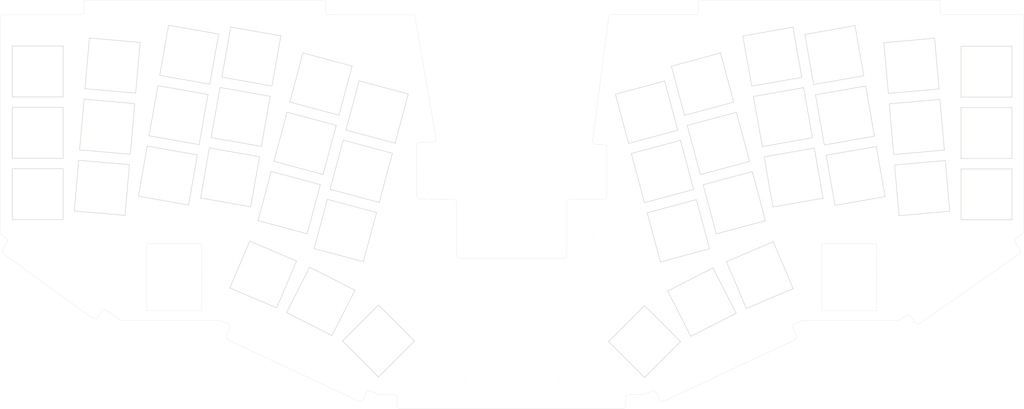
<source format=kicad_pcb>
(kicad_pcb (version 20241229) (generator "pcbnew") (generator_version "9.0")
  (layers (0 "F.Cu" signal) (2 "B.Cu" signal) (13 "F.Paste" user) (15 "B.Paste" user) (5 "F.SilkS" user "F.Silkscreen") (7 "B.SilkS" user "B.Silkscreen") (1 "F.Mask" user) (3 "B.Mask" user) (25 "Edge.Cuts" user))
  (net 0 "")
  (footprint "kicad-lib:SW_Hole_1u_17" (layer "F.Cu") (at 36.402092 64.802064 175)
    (property "Reference" "SW17" (hide yes))
    (property "Value" "SW_Push" (hide yes))
    (fp_line (start 7.025 -7.075) (end 7.025 7.025) (stroke (width 0.15)) (layer "Edge.Cuts"))
    (fp_line (start 7.025 7.025) (end -7.075 7.025) (stroke (width 0.15)) (layer "Edge.Cuts"))
    (fp_line (start -7.075 -7.075) (end 7.025 -7.075) (stroke (width 0.15)) (layer "Edge.Cuts"))
    (fp_line (start -7.075 7.025) (end -7.075 -7.075) (stroke (width 0.15)) (layer "Edge.Cuts"))
  )
  (footprint "kicad-lib:SW_Hole_1u_17" (layer "F.Cu") (at 194.63455 93.641738 -165)
    (property "Reference" "SW24" (hide yes))
    (property "Value" "SW_Push" (hide yes))
    (fp_line (start 7.025 7.025) (end -7.075 7.025) (stroke (width 0.15)) (layer "Edge.Cuts"))
    (fp_line (start 7.025 -7.075) (end 7.025 7.025) (stroke (width 0.15)) (layer "Edge.Cuts"))
    (fp_line (start -7.075 7.025) (end -7.075 -7.075) (stroke (width 0.15)) (layer "Edge.Cuts"))
    (fp_line (start -7.075 -7.075) (end 7.025 -7.075) (stroke (width 0.15)) (layer "Edge.Cuts"))
  )
  (footprint "kicad-lib:SW_Hole_1u_17" (layer "F.Cu") (at 240.796445 61.702374 -170)
    (property "Reference" "SW35" (hide yes))
    (property "Value" "SW_Push" (hide yes))
    (fp_line (start 7.025 7.025) (end -7.075 7.025) (stroke (width 0.15)) (layer "Edge.Cuts"))
    (fp_line (start 7.025 -7.075) (end 7.025 7.025) (stroke (width 0.15)) (layer "Edge.Cuts"))
    (fp_line (start -7.075 7.025) (end -7.075 -7.075) (stroke (width 0.15)) (layer "Edge.Cuts"))
    (fp_line (start -7.075 -7.075) (end 7.025 -7.075) (stroke (width 0.15)) (layer "Edge.Cuts"))
  )
  (footprint "kicad-lib:SW_Hole_1u_17" (layer "F.Cu") (at 262.182694 81.809278 -175)
    (property "Reference" "SW39" (hide yes))
    (property "Value" "SW_Push" (hide yes))
    (fp_line (start 7.025 7.025) (end -7.075 7.025) (stroke (width 0.15)) (layer "Edge.Cuts"))
    (fp_line (start 7.025 -7.075) (end 7.025 7.025) (stroke (width 0.15)) (layer "Edge.Cuts"))
    (fp_line (start -7.075 7.025) (end -7.075 -7.075) (stroke (width 0.15)) (layer "Edge.Cuts"))
    (fp_line (start -7.075 -7.075) (end 7.025 -7.075) (stroke (width 0.15)) (layer "Edge.Cuts"))
  )
  (footprint "kicad-lib:SW_Hole_1u_17" (layer "F.Cu") (at 220.659892 45.401401 -170)
    (property "Reference" "SW30" (hide yes))
    (property "Value" "SW_Push" (hide yes))
    (fp_line (start 7.025 7.025) (end -7.075 7.025) (stroke (width 0.15)) (layer "Edge.Cuts"))
    (fp_line (start 7.025 -7.075) (end 7.025 7.025) (stroke (width 0.15)) (layer "Edge.Cuts"))
    (fp_line (start -7.075 7.025) (end -7.075 -7.075) (stroke (width 0.15)) (layer "Edge.Cuts"))
    (fp_line (start -7.075 -7.075) (end 7.025 -7.075) (stroke (width 0.15)) (layer "Edge.Cuts"))
  )
  (footprint "kicad-lib:SW_Hole_1u_17" (layer "F.Cu") (at 59.159752 44.912889 -10)
    (property "Reference" "SW13" (hide yes))
    (property "Value" "SW_Push" (hide yes))
    (fp_line (start -7.075 7.025) (end -7.075 -7.075) (stroke (width 0.15)) (layer "Edge.Cuts"))
    (fp_line (start -7.075 -7.075) (end 7.025 -7.075) (stroke (width 0.15)) (layer "Edge.Cuts"))
    (fp_line (start 7.025 7.025) (end -7.075 7.025) (stroke (width 0.15)) (layer "Edge.Cuts"))
    (fp_line (start 7.025 -7.075) (end 7.025 7.025) (stroke (width 0.15)) (layer "Edge.Cuts"))
  )
  (footprint "kicad-lib:SW_Hole_1u_17" (layer "F.Cu") (at 79.629636 105.741602 157)
    (property "Reference" "SW12" (hide yes))
    (property "Value" "SW_Push" (hide yes))
    (fp_line (start 7.025 -7.075) (end 7.025 7.025) (stroke (width 0.15)) (layer "Edge.Cuts"))
    (fp_line (start 7.025 7.025) (end -7.075 7.025) (stroke (width 0.15)) (layer "Edge.Cuts"))
    (fp_line (start -7.075 -7.075) (end 7.025 -7.075) (stroke (width 0.15)) (layer "Edge.Cuts"))
    (fp_line (start -7.075 7.025) (end -7.075 -7.075) (stroke (width 0.15)) (layer "Edge.Cuts"))
  )
  (footprint "kicad-lib:SW_Hole_1u_17" (layer "F.Cu") (at 243.748464 78.444105 -170)
    (property "Reference" "SW36" (hide yes))
    (property "Value" "SW_Push" (hide yes))
    (fp_line (start 7.025 7.025) (end -7.075 7.025) (stroke (width 0.15)) (layer "Edge.Cuts"))
    (fp_line (start 7.025 -7.075) (end 7.025 7.025) (stroke (width 0.15)) (layer "Edge.Cuts"))
    (fp_line (start -7.075 7.025) (end -7.075 -7.075) (stroke (width 0.15)) (layer "Edge.Cuts"))
    (fp_line (start -7.075 -7.075) (end 7.025 -7.075) (stroke (width 0.15)) (layer "Edge.Cuts"))
  )
  (footprint "kicad-lib:SW_Hole_1u_17" (layer "F.Cu") (at 259.219399 47.938658 -175)
    (property "Reference" "SW37" (hide yes))
    (property "Value" "SW_Push" (hide yes))
    (fp_line (start 7.025 7.025) (end -7.075 7.025) (stroke (width 0.15)) (layer "Edge.Cuts"))
    (fp_line (start 7.025 -7.075) (end 7.025 7.025) (stroke (width 0.15)) (layer "Edge.Cuts"))
    (fp_line (start -7.075 7.025) (end -7.075 -7.075) (stroke (width 0.15)) (layer "Edge.Cuts"))
    (fp_line (start -7.075 -7.075) (end 7.025 -7.075) (stroke (width 0.15)) (layer "Edge.Cuts"))
  )
  (footprint "kicad-lib:SW_Hole_1u_17" (layer "F.Cu") (at 86.828443 85.828565 165)
    (property "Reference" "SW7" (hide yes))
    (property "Value" "SW_Push" (hide yes))
    (fp_line (start 7.025 -7.075) (end 7.025 7.025) (stroke (width 0.15)) (layer "Edge.Cuts"))
    (fp_line (start 7.025 7.025) (end -7.075 7.025) (stroke (width 0.15)) (layer "Edge.Cuts"))
    (fp_line (start -7.075 -7.075) (end 7.025 -7.075) (stroke (width 0.15)) (layer "Edge.Cuts"))
    (fp_line (start -7.075 7.025) (end -7.075 -7.075) (stroke (width 0.15)) (layer "Edge.Cuts"))
  )
  (footprint "kicad-lib:SW_Hole_1u_17" (layer "F.Cu") (at 280 66.55 180)
    (property "Reference" "SW41" (hide yes))
    (property "Value" "SW_Push" (hide yes))
    (fp_line (start 7.025 7.025) (end -7.075 7.025) (stroke (width 0.15)) (layer "Edge.Cuts"))
    (fp_line (start 7.025 -7.075) (end 7.025 7.025) (stroke (width 0.15)) (layer "Edge.Cuts"))
    (fp_line (start -7.075 7.025) (end -7.075 -7.075) (stroke (width 0.15)) (layer "Edge.Cuts"))
    (fp_line (start -7.075 -7.075) (end 7.025 -7.075) (stroke (width 0.15)) (layer "Edge.Cuts"))
  )
  (footprint "kicad-lib:SW_Hole_1u_17" (layer "F.Cu") (at 111.184037 60.729085 165)
    (property "Reference" "SW1" (hide yes))
    (property "Value" "SW_Push" (hide yes))
    (fp_line (start 7.025 -7.075) (end 7.025 7.025) (stroke (width 0.15)) (layer "Edge.Cuts"))
    (fp_line (start 7.025 7.025) (end -7.075 7.025) (stroke (width 0.15)) (layer "Edge.Cuts"))
    (fp_line (start -7.075 -7.075) (end 7.025 -7.075) (stroke (width 0.15)) (layer "Edge.Cuts"))
    (fp_line (start -7.075 7.025) (end -7.075 -7.075) (stroke (width 0.15)) (layer "Edge.Cuts"))
  )
  (footprint "kicad-lib:SW_Hole_1u_17" (layer "F.Cu") (at 73.392267 62.09538 170)
    (property "Reference" "SW10" (hide yes))
    (property "Value" "SW_Push" (hide yes))
    (fp_line (start 7.025 -7.075) (end 7.025 7.025) (stroke (width 0.15)) (layer "Edge.Cuts"))
    (fp_line (start 7.025 7.025) (end -7.075 7.025) (stroke (width 0.15)) (layer "Edge.Cuts"))
    (fp_line (start -7.075 -7.075) (end 7.025 -7.075) (stroke (width 0.15)) (layer "Edge.Cuts"))
    (fp_line (start -7.075 7.025) (end -7.075 -7.075) (stroke (width 0.15)) (layer "Edge.Cuts"))
  )
  (footprint "kicad-lib:SW_Hole_1u_17" (layer "F.Cu") (at 185.242242 124.358398 -135)
    (property "Reference" "SW25" (hide yes))
    (property "Value" "SW_Push" (hide yes))
    (fp_line (start 7.025 7.025) (end -7.075 7.025001) (stroke (width 0.15)) (layer "Edge.Cuts"))
    (fp_line (start -7.075 7.025001) (end -7.075 -7.075) (stroke (width 0.15)) (layer "Edge.Cuts"))
    (fp_line (start 7.025001 -7.075) (end 7.025 7.025) (stroke (width 0.15)) (layer "Edge.Cuts"))
    (fp_line (start -7.075 -7.075) (end 7.025001 -7.075) (stroke (width 0.15)) (layer "Edge.Cuts"))
  )
  (footprint "kicad-lib:SW_Hole_1u_17" (layer "F.Cu") (at 102.38419 93.570563 165)
    (property "Reference" "SW3" (hide yes))
    (property "Value" "SW_Push" (hide yes))
    (fp_line (start 7.025 -7.075) (end 7.025 7.025) (stroke (width 0.15)) (layer "Edge.Cuts"))
    (fp_line (start 7.025 7.025) (end -7.075 7.025) (stroke (width 0.15)) (layer "Edge.Cuts"))
    (fp_line (start -7.075 -7.075) (end 7.025 -7.075) (stroke (width 0.15)) (layer "Edge.Cuts"))
    (fp_line (start -7.075 7.025) (end -7.075 -7.075) (stroke (width 0.15)) (layer "Edge.Cuts"))
  )
  (footprint "kicad-lib:SW_Hole_1u_17" (layer "F.Cu") (at 17.2 83.55)
    (property "Reference" "SW21" (hide yes))
    (property "Value" "SW_Push" (hide yes))
    (fp_line (start -7.075 -7.075) (end 7.025 -7.075) (stroke (width 0.15)) (layer "Edge.Cuts"))
    (fp_line (start -7.075 7.025) (end -7.075 -7.075) (stroke (width 0.15)) (layer "Edge.Cuts"))
    (fp_line (start 7.025 -7.075) (end 7.025 7.025) (stroke (width 0.15)) (layer "Edge.Cuts"))
    (fp_line (start 7.025 7.025) (end -7.075 7.025) (stroke (width 0.15)) (layer "Edge.Cuts"))
  )
  (footprint "kicad-lib:SW_Hole_1u_17" (layer "F.Cu") (at 106.784115 77.149824 165)
    (property "Reference" "SW2" (hide yes))
    (property "Value" "SW_Push" (hide yes))
    (fp_line (start 7.025 -7.075) (end 7.025 7.025) (stroke (width 0.15)) (layer "Edge.Cuts"))
    (fp_line (start 7.025 7.025) (end -7.075 7.025) (stroke (width 0.15)) (layer "Edge.Cuts"))
    (fp_line (start -7.075 -7.075) (end 7.025 -7.075) (stroke (width 0.15)) (layer "Edge.Cuts"))
    (fp_line (start -7.075 7.025) (end -7.075 -7.075) (stroke (width 0.15)) (layer "Edge.Cuts"))
  )
  (footprint "kicad-lib:SW_Hole_1u_17" (layer "F.Cu") (at 210.190297 85.89974 15)
    (property "Reference" "SW28" (hide yes))
    (property "Value" "SW_Push" (hide yes))
    (fp_line (start -7.075 -7.075) (end 7.025 -7.075) (stroke (width 0.15)) (layer "Edge.Cuts"))
    (fp_line (start -7.075 7.025) (end -7.075 -7.075) (stroke (width 0.15)) (layer "Edge.Cuts"))
    (fp_line (start 7.025 -7.075) (end 7.025 7.025) (stroke (width 0.15)) (layer "Edge.Cuts"))
    (fp_line (start 7.025 7.025) (end -7.075 7.025) (stroke (width 0.15)) (layer "Edge.Cuts"))
  )
  (footprint "kbd_Hole:m3_Screw_Hole_EdgeCuts" (layer "F.Cu") (at 126.9 94.75)
    (property "Reference" "Ref**" (hide yes))
    (property "Value" "Val**" (hide yes))
    (fp_circle (center 0 0) (end 1.6 0) (stroke (width 0.01)) (fill no) (layer "Edge.Cuts"))
  )
  (footprint "kicad-lib:SW_Hole_1u_17" (layer "F.Cu") (at 226.56393 78.884865 -170)
    (property "Reference" "SW32" (hide yes))
    (property "Value" "SW_Push" (hide yes))
    (fp_line (start 7.025 7.025) (end -7.075 7.025) (stroke (width 0.15)) (layer "Edge.Cuts"))
    (fp_line (start 7.025 -7.075) (end 7.025 7.025) (stroke (width 0.15)) (layer "Edge.Cuts"))
    (fp_line (start -7.075 7.025) (end -7.075 -7.075) (stroke (width 0.15)) (layer "Edge.Cuts"))
    (fp_line (start -7.075 -7.075) (end 7.025 -7.075) (stroke (width 0.15)) (layer "Edge.Cuts"))
  )
  (footprint "kicad-lib:SW_Hole_1u_17" (layer "F.Cu") (at 70.440248 78.837111 170)
    (property "Reference" "SW11" (hide yes))
    (property "Value" "SW_Push" (hide yes))
    (fp_line (start 7.025 -7.075) (end 7.025 7.025) (stroke (width 0.15)) (layer "Edge.Cuts"))
    (fp_line (start 7.025 7.025) (end -7.075 7.025) (stroke (width 0.15)) (layer "Edge.Cuts"))
    (fp_line (start -7.075 -7.075) (end 7.025 -7.075) (stroke (width 0.15)) (layer "Edge.Cuts"))
    (fp_line (start -7.075 7.025) (end -7.075 -7.075) (stroke (width 0.15)) (layer "Edge.Cuts"))
  )
  (footprint "kicad-lib:SW_Hole_1u_17" (layer "F.Cu") (at 17.2 49.55)
    (property "Reference" "SW19" (hide yes))
    (property "Value" "SW_Push" (hide yes))
    (fp_line (start -7.075 -7.075) (end 7.025 -7.075) (stroke (width 0.15)) (layer "Edge.Cuts"))
    (fp_line (start -7.075 7.025) (end -7.075 -7.075) (stroke (width 0.15)) (layer "Edge.Cuts"))
    (fp_line (start 7.025 -7.075) (end 7.025 7.025) (stroke (width 0.15)) (layer "Edge.Cuts"))
    (fp_line (start 7.025 7.025) (end -7.075 7.025) (stroke (width 0.15)) (layer "Edge.Cuts"))
  )
  (footprint "kicad-lib:SW_Hole_1u_17" (layer "F.Cu") (at 91.228367 69.407826 165)
    (property "Reference" "SW6" (hide yes))
    (property "Value" "SW_Push" (hide yes))
    (fp_line (start 7.025 -7.075) (end 7.025 7.025) (stroke (width 0.15)) (layer "Edge.Cuts"))
    (fp_line (start 7.025 7.025) (end -7.075 7.025) (stroke (width 0.15)) (layer "Edge.Cuts"))
    (fp_line (start -7.075 -7.075) (end 7.025 -7.075) (stroke (width 0.15)) (layer "Edge.Cuts"))
    (fp_line (start -7.075 7.025) (end -7.075 -7.075) (stroke (width 0.15)) (layer "Edge.Cuts"))
  )
  (footprint "kicad-lib:SW_Hole_1u_17" (layer "F.Cu") (at 95.628292 52.987087 165)
    (property "Reference" "SW5" (hide yes))
    (property "Value" "SW_Push" (hide yes))
    (fp_line (start 7.025 -7.075) (end 7.025 7.025) (stroke (width 0.15)) (layer "Edge.Cuts"))
    (fp_line (start 7.025 7.025) (end -7.075 7.025) (stroke (width 0.15)) (layer "Edge.Cuts"))
    (fp_line (start -7.075 -7.075) (end 7.025 -7.075) (stroke (width 0.15)) (layer "Edge.Cuts"))
    (fp_line (start -7.075 7.025) (end -7.075 -7.075) (stroke (width 0.15)) (layer "Edge.Cuts"))
  )
  (footprint "kicad-lib:SW_Hole_1u_17" (layer "F.Cu") (at 237.844426 44.960642 -170)
    (property "Reference" "SW34" (hide yes))
    (property "Value" "SW_Push" (hide yes))
    (fp_line (start 7.025 7.025) (end -7.075 7.025) (stroke (width 0.15)) (layer "Edge.Cuts"))
    (fp_line (start 7.025 -7.075) (end 7.025 7.025) (stroke (width 0.15)) (layer "Edge.Cuts"))
    (fp_line (start -7.075 7.025) (end -7.075 -7.075) (stroke (width 0.15)) (layer "Edge.Cuts"))
    (fp_line (start -7.075 -7.075) (end 7.025 -7.075) (stroke (width 0.15)) (layer "Edge.Cuts"))
  )
  (footprint "kbd_Hole:m3_Screw_Hole_EdgeCuts" (layer "F.Cu") (at 134.5 134.35)
    (property "Reference" "Ref**" (hide yes))
    (property "Value" "Val**" (hide yes))
    (fp_circle (center 0 0) (end 1.6 0) (stroke (width 0.01)) (fill no) (layer "Edge.Cuts"))
  )
  (footprint "kicad-lib:SW_Hole_1u_17" (layer "F.Cu") (at 34.920446 81.737374 175)
    (property "Reference" "SW18" (hide yes))
    (property "Value" "SW_Push" (hide yes))
    (fp_line (start 7.025 -7.075) (end 7.025 7.025) (stroke (width 0.15)) (layer "Edge.Cuts"))
    (fp_line (start 7.025 7.025) (end -7.075 7.025) (stroke (width 0.15)) (layer "Edge.Cuts"))
    (fp_line (start -7.075 -7.075) (end 7.025 -7.075) (stroke (width 0.15)) (layer "Edge.Cuts"))
    (fp_line (start -7.075 7.025) (end -7.075 -7.075) (stroke (width 0.15)) (layer "Edge.Cuts"))
  )
  (footprint "kicad-lib:SW_Hole_1u_17" (layer "F.Cu") (at 17.2 66.55)
    (property "Reference" "SW20" (hide yes))
    (property "Value" "SW_Push" (hide yes))
    (fp_line (start -7.075 -7.075) (end 7.025 -7.075) (stroke (width 0.15)) (layer "Edge.Cuts"))
    (fp_line (start -7.075 7.025) (end -7.075 -7.075) (stroke (width 0.15)) (layer "Edge.Cuts"))
    (fp_line (start 7.025 -7.075) (end 7.025 7.025) (stroke (width 0.15)) (layer "Edge.Cuts"))
    (fp_line (start 7.025 7.025) (end -7.075 7.025) (stroke (width 0.15)) (layer "Edge.Cuts"))
  )
  (footprint "kicad-lib:SW_Hole_1u_17" (layer "F.Cu") (at 201.39045 53.058262 15)
    (property "Reference" "SW26" (hide yes))
    (property "Value" "SW_Push" (hide yes))
    (fp_line (start -7.075 -7.075) (end 7.025 -7.075) (stroke (width 0.15)) (layer "Edge.Cuts"))
    (fp_line (start -7.075 7.025) (end -7.075 -7.075) (stroke (width 0.15)) (layer "Edge.Cuts"))
    (fp_line (start 7.025 -7.075) (end 7.025 7.025) (stroke (width 0.15)) (layer "Edge.Cuts"))
    (fp_line (start 7.025 7.025) (end -7.075 7.025) (stroke (width 0.15)) (layer "Edge.Cuts"))
  )
  (footprint "kicad-lib:SW_Hole_1u_17" (layer "F.Cu") (at 223.611911 62.143133 -170)
    (property "Reference" "SW31" (hide yes))
    (property "Value" "SW_Push" (hide yes))
    (fp_line (start 7.025 7.025) (end -7.075 7.025) (stroke (width 0.15)) (layer "Edge.Cuts"))
    (fp_line (start 7.025 -7.075) (end 7.025 7.025) (stroke (width 0.15)) (layer "Edge.Cuts"))
    (fp_line (start -7.075 7.025) (end -7.075 -7.075) (stroke (width 0.15)) (layer "Edge.Cuts"))
    (fp_line (start -7.075 -7.075) (end 7.025 -7.075) (stroke (width 0.15)) (layer "Edge.Cuts"))
  )
  (footprint "kbd_Hole:m3_Screw_Hole_EdgeCuts" (layer "F.Cu") (at 170.1 94.75)
    (property "Reference" "Ref**" (hide yes))
    (property "Value" "Val**" (hide yes))
    (fp_circle (center 0 0) (end 1.6 0) (stroke (width 0.01)) (fill no) (layer "Edge.Cuts"))
  )
  (footprint "kicad-lib:SW_Hole_1u_17" (layer "F.Cu") (at 260.701046 64.873968 -175)
    (property "Reference" "SW38" (hide yes))
    (property "Value" "SW_Push" (hide yes))
    (fp_line (start 7.025 7.025) (end -7.075 7.025) (stroke (width 0.15)) (layer "Edge.Cuts"))
    (fp_line (start 7.025 -7.075) (end 7.025 7.025) (stroke (width 0.15)) (layer "Edge.Cuts"))
    (fp_line (start -7.075 7.025) (end -7.075 -7.075) (stroke (width 0.15)) (layer "Edge.Cuts"))
    (fp_line (start -7.075 -7.075) (end 7.025 -7.075) (stroke (width 0.15)) (layer "Edge.Cuts"))
  )
  (footprint "kicad-lib:SW_Hole_1u_17" (layer "F.Cu") (at 185.834703 60.80026 -165)
    (property "Reference" "SW22" (hide yes))
    (property "Value" "SW_Push" (hide yes))
    (fp_line (start 7.025 7.025) (end -7.075 7.025) (stroke (width 0.15)) (layer "Edge.Cuts"))
    (fp_line (start 7.025 -7.075) (end 7.025 7.025) (stroke (width 0.15)) (layer "Edge.Cuts"))
    (fp_line (start -7.075 7.025) (end -7.075 -7.075) (stroke (width 0.15)) (layer "Edge.Cuts"))
    (fp_line (start -7.075 -7.075) (end 7.025 -7.075) (stroke (width 0.15)) (layer "Edge.Cuts"))
  )
  (footprint "kicad-lib:SW_Hole_1u_17" (layer "F.Cu") (at 201.217017 113.444056 27)
    (property "Reference" "SW29" (hide yes))
    (property "Value" "SW_Push" (hide yes))
    (fp_line (start -7.075 -7.075) (end 7.025 -7.075) (stroke (width 0.15)) (layer "Edge.Cuts"))
    (fp_line (start -7.075 7.025) (end -7.075 -7.075) (stroke (width 0.15)) (layer "Edge.Cuts"))
    (fp_line (start 7.025 -7.075) (end 7.025 7.025) (stroke (width 0.15)) (layer "Edge.Cuts"))
    (fp_line (start 7.025 7.025) (end -7.075 7.025) (stroke (width 0.15)) (layer "Edge.Cuts"))
  )
  (footprint "kicad-lib:SW_Hole_1u_17" (layer "F.Cu") (at 111.579185 124.170287 135)
    (property "Reference" "SW4" (hide yes))
    (property "Value" "SW_Push" (hide yes))
    (fp_line (start 7.025001 -7.075) (end 7.025 7.025) (stroke (width 0.15)) (layer "Edge.Cuts"))
    (fp_line (start 7.025 7.025) (end -7.075 7.025001) (stroke (width 0.15)) (layer "Edge.Cuts"))
    (fp_line (start -7.075 -7.075) (end 7.025001 -7.075) (stroke (width 0.15)) (layer "Edge.Cuts"))
    (fp_line (start -7.075 7.025001) (end -7.075 -7.075) (stroke (width 0.15)) (layer "Edge.Cuts"))
  )
  (footprint "kbd_Hole:m3_Screw_Hole_EdgeCuts" (layer "F.Cu") (at 162.5 134.35)
    (property "Reference" "Ref**" (hide yes))
    (property "Value" "Val**" (hide yes))
    (fp_circle (center 0 0) (end 1.6 0) (stroke (width 0.01)) (fill no) (layer "Edge.Cuts"))
  )
  (footprint "kicad-lib:SW_Hole_1u_17" (layer "F.Cu") (at 37.88374 47.866754 175)
    (property "Reference" "SW16" (hide yes))
    (property "Value" "SW_Push" (hide yes))
    (fp_line (start 7.025 -7.075) (end 7.025 7.025) (stroke (width 0.15)) (layer "Edge.Cuts"))
    (fp_line (start 7.025 7.025) (end -7.075 7.025) (stroke (width 0.15)) (layer "Edge.Cuts"))
    (fp_line (start -7.075 -7.075) (end 7.025 -7.075) (stroke (width 0.15)) (layer "Edge.Cuts"))
    (fp_line (start -7.075 7.025) (end -7.075 -7.075) (stroke (width 0.15)) (layer "Edge.Cuts"))
  )
  (footprint "kicad-lib:SW_Hole_1u_17" (layer "F.Cu") (at 53.255714 78.396352 -10)
    (property "Reference" "SW15" (hide yes))
    (property "Value" "SW_Push" (hide yes))
    (fp_line (start -7.075 7.025) (end -7.075 -7.075) (stroke (width 0.15)) (layer "Edge.Cuts"))
    (fp_line (start -7.075 -7.075) (end 7.025 -7.075) (stroke (width 0.15)) (layer "Edge.Cuts"))
    (fp_line (start 7.025 7.025) (end -7.075 7.025) (stroke (width 0.15)) (layer "Edge.Cuts"))
    (fp_line (start 7.025 -7.075) (end 7.025 7.025) (stroke (width 0.15)) (layer "Edge.Cuts"))
  )
  (footprint "kicad-lib:SW_Hole_1u_17" (layer "F.Cu") (at 280 83.55 180)
    (property "Reference" "SW42" (hide yes))
    (property "Value" "SW_Push" (hide yes))
    (fp_line (start 7.025 7.025) (end -7.075 7.025) (stroke (width 0.15)) (layer "Edge.Cuts"))
    (fp_line (start 7.025 -7.075) (end 7.025 7.025) (stroke (width 0.15)) (layer "Edge.Cuts"))
    (fp_line (start -7.075 7.025) (end -7.075 -7.075) (stroke (width 0.15)) (layer "Edge.Cuts"))
    (fp_line (start -7.075 -7.075) (end 7.025 -7.075) (stroke (width 0.15)) (layer "Edge.Cuts"))
  )
  (footprint "kicad-lib:SW_Hole_1u_17" (layer "F.Cu") (at 95.604411 113.255944 -27)
    (property "Reference" "SW8" (hide yes))
    (property "Value" "SW_Push" (hide yes))
    (fp_line (start -7.075 7.025) (end -7.075 -7.075) (stroke (width 0.15)) (layer "Edge.Cuts"))
    (fp_line (start -7.075 -7.075) (end 7.025 -7.075) (stroke (width 0.15)) (layer "Edge.Cuts"))
    (fp_line (start 7.025 7.025) (end -7.075 7.025) (stroke (width 0.15)) (layer "Edge.Cuts"))
    (fp_line (start 7.025 -7.075) (end 7.025 7.025) (stroke (width 0.15)) (layer "Edge.Cuts"))
  )
  (footprint "kicad-lib:SW_Hole_1u_17" (layer "F.Cu") (at 205.790373 69.479001 15)
    (property "Reference" "SW27" (hide yes))
    (property "Value" "SW_Push" (hide yes))
    (fp_line (start -7.075 -7.075) (end 7.025 -7.075) (stroke (width 0.15)) (layer "Edge.Cuts"))
    (fp_line (start -7.075 7.025) (end -7.075 -7.075) (stroke (width 0.15)) (layer "Edge.Cuts"))
    (fp_line (start 7.025 -7.075) (end 7.025 7.025) (stroke (width 0.15)) (layer "Edge.Cuts"))
    (fp_line (start 7.025 7.025) (end -7.075 7.025) (stroke (width 0.15)) (layer "Edge.Cuts"))
  )
  (footprint "kicad-lib:SW_Hole_1u_17" (layer "F.Cu") (at 280 49.55 180)
    (property "Reference" "SW40" (hide yes))
    (property "Value" "SW_Push" (hide yes))
    (fp_line (start 7.025 7.025) (end -7.075 7.025) (stroke (width 0.15)) (layer "Edge.Cuts"))
    (fp_line (start 7.025 -7.075) (end 7.025 7.025) (stroke (width 0.15)) (layer "Edge.Cuts"))
    (fp_line (start -7.075 7.025) (end -7.075 -7.075) (stroke (width 0.15)) (layer "Edge.Cuts"))
    (fp_line (start -7.075 -7.075) (end 7.025 -7.075) (stroke (width 0.15)) (layer "Edge.Cuts"))
  )
  (footprint "kicad-lib:SW_Hole_1u_17" (layer "F.Cu") (at 190.234627 77.220999 -165)
    (property "Reference" "SW23" (hide yes))
    (property "Value" "SW_Push" (hide yes))
    (fp_line (start 7.025 7.025) (end -7.075 7.025) (stroke (width 0.15)) (layer "Edge.Cuts"))
    (fp_line (start 7.025 -7.075) (end 7.025 7.025) (stroke (width 0.15)) (layer "Edge.Cuts"))
    (fp_line (start -7.075 7.025) (end -7.075 -7.075) (stroke (width 0.15)) (layer "Edge.Cuts"))
    (fp_line (start -7.075 -7.075) (end 7.025 -7.075) (stroke (width 0.15)) (layer "Edge.Cuts"))
  )
  (footprint "kicad-lib:SW_Hole_1u_17" (layer "F.Cu") (at 76.344286 45.353648 170)
    (property "Reference" "SW9" (hide yes))
    (property "Value" "SW_Push" (hide yes))
    (fp_line (start 7.025 -7.075) (end 7.025 7.025) (stroke (width 0.15)) (layer "Edge.Cuts"))
    (fp_line (start 7.025 7.025) (end -7.075 7.025) (stroke (width 0.15)) (layer "Edge.Cuts"))
    (fp_line (start -7.075 -7.075) (end 7.025 -7.075) (stroke (width 0.15)) (layer "Edge.Cuts"))
    (fp_line (start -7.075 7.025) (end -7.075 -7.075) (stroke (width 0.15)) (layer "Edge.Cuts"))
  )
  (footprint "kicad-lib:SW_Hole_1u_17" (layer "F.Cu") (at 217.191791 105.929713 -157)
    (property "Reference" "SW33" (hide yes))
    (property "Value" "SW_Push" (hide yes))
    (fp_line (start 7.025 7.025) (end -7.075 7.025) (stroke (width 0.15)) (layer "Edge.Cuts"))
    (fp_line (start 7.025 -7.075) (end 7.025 7.025) (stroke (width 0.15)) (layer "Edge.Cuts"))
    (fp_line (start -7.075 7.025) (end -7.075 -7.075) (stroke (width 0.15)) (layer "Edge.Cuts"))
    (fp_line (start -7.075 -7.075) (end 7.025 -7.075) (stroke (width 0.15)) (layer "Edge.Cuts"))
  )
  (footprint "kicad-lib:SW_Hole_1u_17" (layer "F.Cu") (at 56.207733 61.65462 -10)
    (property "Reference" "SW14" (hide yes))
    (property "Value" "SW_Push" (hide yes))
    (fp_line (start -7.075 7.025) (end -7.075 -7.075) (stroke (width 0.15)) (layer "Edge.Cuts"))
    (fp_line (start -7.075 -7.075) (end 7.025 -7.075) (stroke (width 0.15)) (layer "Edge.Cuts"))
    (fp_line (start 7.025 7.025) (end -7.075 7.025) (stroke (width 0.15)) (layer "Edge.Cuts"))
    (fp_line (start 7.025 -7.075) (end 7.025 7.025) (stroke (width 0.15)) (layer "Edge.Cuts"))
  )
  (gr_arc (start 67.651753 118.5) (mid 67.869635 118.524024) (end 68.07705 118.594946) (stroke (width 0.05)) (layer "Edge.Cuts"))
  (gr_line (start 122.103195 70.153185) (end 122.146832 83.855518) (stroke (width 0.05)) (layer "Edge.Cuts"))
  (gr_line (start 47.4 115.75) (end 62.6 115.75) (stroke (width 0.05)) (layer "Edge.Cuts"))
  (gr_arc (start 185.451632 138.905521) (mid 185.244677 138.976094) (end 185.027331 139) (stroke (width 0.05)) (layer "Edge.Cuts"))
  (gr_arc (start 7.16808 94.798794) (mid 6.861812 94.442765) (end 6.751935 93.986176) (stroke (width 0.05)) (layer "Edge.Cuts"))
  (gr_line (start 126.512946 69.15) (end 123.10319 69.15) (stroke (width 0.05)) (layer "Edge.Cuts"))
  (gr_line (start 228.798368 118.594479) (end 226.948614 119.461221) (stroke (width 0.05)) (layer "Edge.Cuts"))
  (gr_line (start 39.863386 118.311858) (end 36.206484 115.681971) (stroke (width 0.05)) (layer "Edge.Cuts"))
  (gr_arc (start 289.23449 98.727118) (mid 289.400126 99.474459) (end 288.988721 100.119982) (stroke (width 0.05)) (layer "Edge.Cuts"))
  (gr_arc (start 30 30.299627) (mid 30.146305 29.946188) (end 30.499627 29.799627) (stroke (width 0.05)) (layer "Edge.Cuts"))
  (gr_arc (start 34.79058 115.939129) (mid 35.443926 115.509934) (end 36.206484 115.681971) (stroke (width 0.05)) (layer "Edge.Cuts"))
  (gr_line (start 170.897457 68.620543) (end 175.336346 34.620543) (stroke (width 0.05)) (layer "Edge.Cuts"))
  (gr_arc (start 180.05 142) (mid 179.757107 142.707107) (end 179.05 143) (stroke (width 0.05)) (layer "Edge.Cuts"))
  (gr_line (start 30 33.249998) (end 30 30.299627) (stroke (width 0.05)) (layer "Edge.Cuts"))
  (gr_line (start 108.15954 138.533272) (end 107.304158 140.345438) (stroke (width 0.05)) (layer "Edge.Cuts"))
  (gr_arc (start 228.798368 118.594479) (mid 229.005322 118.523899) (end 229.222669 118.5) (stroke (width 0.05)) (layer "Edge.Cuts"))
  (gr_line (start 288.087608 97.089202) (end 289.23449 98.727118) (stroke (width 0.05)) (layer "Edge.Cuts"))
  (gr_line (start 173.85 69.75) (end 171.889042 69.75) (stroke (width 0.05)) (layer "Edge.Cuts"))
  (gr_line (start 288.988721 100.119982) (end 261.601842 119.286845) (stroke (width 0.05)) (layer "Edge.Cuts"))
  (gr_arc (start 174.85 83.9) (mid 174.557107 84.607107) (end 173.85 84.9) (stroke (width 0.05)) (layer "Edge.Cuts"))
  (gr_line (start 97 30.250373) (end 97 33.249981) (stroke (width 0.05)) (layer "Edge.Cuts"))
  (gr_line (start 199.7 33.75) (end 176.327931 33.75) (stroke (width 0.05)) (layer "Edge.Cuts"))
  (gr_line (start 163.75 85.9) (end 163.75 100.3) (stroke (width 0.05)) (layer "Edge.Cuts"))
  (gr_line (start 7.724035 100.127756) (end 32.299376 117.80887) (stroke (width 0.05)) (layer "Edge.Cuts"))
  (gr_line (start 289.4 33.75) (end 287.55 33.75) (stroke (width 0.05)) (layer "Edge.Cuts"))
  (gr_arc (start 6.796939 34.747728) (mid 7.090109 34.041132) (end 7.796944 33.748488) (stroke (width 0.05)) (layer "Edge.Cuts"))
  (gr_line (start 234.4 115.75) (end 249.6 115.75) (stroke (width 0.05)) (layer "Edge.Cuts"))
  (gr_arc (start 30 33.249998) (mid 29.853552 33.603552) (end 29.499997 33.749998) (stroke (width 0.05)) (layer "Edge.Cuts"))
  (gr_line (start 121.743051 34.579285) (end 127.498422 67.980186) (stroke (width 0.05)) (layer "Edge.Cuts"))
  (gr_line (start 62.6 115.75) (end 62.550135 97.25) (stroke (width 0.05)) (layer "Edge.Cuts"))
  (gr_line (start 259.061883 117.402444) (end 260.209307 119.041135) (stroke (width 0.05)) (layer "Edge.Cuts"))
  (gr_arc (start 96.499627 29.750373) (mid 96.853422 29.896688) (end 97 30.250373) (stroke (width 0.05)) (layer "Edge.Cuts"))
  (gr_line (start 132.254717 84.895305) (end 123.14211 84.852322) (stroke (width 0.05)) (layer "Edge.Cuts"))
  (gr_line (start 173.85 84.9) (end 164.75 84.9) (stroke (width 0.05)) (layer "Edge.Cuts"))
  (gr_line (start 111.29795 138.905054) (end 109.489155 138.055076) (stroke (width 0.05)) (layer "Edge.Cuts"))
  (gr_line (start 134.25 101.3) (end 162.75 101.3) (stroke (width 0.05)) (layer "Edge.Cuts"))
  (gr_arc (start 256.008214 118.319287) (mid 255.735427 118.45376) (end 255.434831 118.5) (stroke (width 0.05)) (layer "Edge.Cuts"))
  (gr_line (start 115.7 139) (end 111.723247 139) (stroke (width 0.05)) (layer "Edge.Cuts"))
  (gr_arc (start 108.15954 138.533272) (mid 108.725431 138.019138) (end 109.489155 138.055076) (stroke (width 0.05)) (layer "Edge.Cuts"))
  (gr_arc (start 257.669348 117.156733) (mid 258.416482 116.991251) (end 259.061883 117.402444) (stroke (width 0.05)) (layer "Edge.Cuts"))
  (gr_arc (start 127.498422 67.980186) (mid 127.277739 68.794292) (end 126.512946 69.15) (stroke (width 0.05)) (layer "Edge.Cuts"))
  (gr_line (start 7.796944 33.748488) (end 9.7 33.74862) (stroke (width 0.05)) (layer "Edge.Cuts"))
  (gr_arc (start 266.700373 29.799627) (mid 267.053685 29.946205) (end 267.2 30.299627) (stroke (width 0.05)) (layer "Edge.Cuts"))
  (gr_line (start 70.364564 120.775376) (end 69.513442 122.584103) (stroke (width 0.05)) (layer "Edge.Cuts"))
  (gr_line (start 257.669348 117.156733) (end 256.008214 118.319287) (stroke (width 0.05)) (layer "Edge.Cuts"))
  (gr_arc (start 267.7 33.75) (mid 267.346447 33.603553) (end 267.2 33.25) (stroke (width 0.05)) (layer "Edge.Cuts"))
  (gr_arc (start 227.31584 122.602283) (mid 227.350591 123.366816) (end 226.834572 123.932004) (stroke (width 0.05)) (layer "Edge.Cuts"))
  (gr_arc (start 288.087608 97.089202) (mid 287.921962 96.34185) (end 288.333377 95.696338) (stroke (width 0.05)) (layer "Edge.Cuts"))
  (gr_line (start 290.4 34.75) (end 290.4 93.729283) (stroke (width 0.05)) (layer "Edge.Cuts"))
  (gr_arc (start 8.378563 95.669322) (mid 8.778629 96.302574) (end 8.626656 97.036035) (stroke (width 0.05)) (layer "Edge.Cuts"))
  (gr_arc (start 7.724035 100.127756) (mid 7.324116 99.494523) (end 7.476107 98.761161) (stroke (width 0.05)) (layer "Edge.Cuts"))
  (gr_line (start 33.715445 117.55183) (end 34.79058 115.939129) (stroke (width 0.05)) (layer "Edge.Cuts"))
  (gr_line (start 174.85 83.9) (end 174.85 70.75) (stroke (width 0.05)) (layer "Edge.Cuts"))
  (gr_arc (start 69.992922 123.914918) (mid 69.477493 123.348849) (end 69.513429 122.584103) (stroke (width 0.05)) (layer "Edge.Cuts"))
  (gr_arc (start 120.757579 33.749094) (mid 121.401855 33.984305) (end 121.743051 34.579285) (stroke (width 0.05)) (layer "Edge.Cuts"))
  (gr_arc (start 97.500019 33.749981) (mid 97.14646 33.60354) (end 97 33.249981) (stroke (width 0.05)) (layer "Edge.Cuts"))
  (gr_line (start 185.027331 139) (end 181.05 139) (stroke (width 0.05)) (layer "Edge.Cuts"))
  (gr_arc (start 69.885034 119.444543) (mid 70.400528 120.010608) (end 70.364564 120.775376) (stroke (width 0.05)) (layer "Edge.Cuts"))
  (gr_line (start 267.2 33.25) (end 267.2 30.299627) (stroke (width 0.05)) (layer "Edge.Cuts"))
  (gr_arc (start 173.85 69.75) (mid 174.557107 70.042893) (end 174.85 70.75) (stroke (width 0.05)) (layer "Edge.Cuts"))
  (gr_line (start 7.16808 94.798794) (end 8.378563 95.669322) (stroke (width 0.05)) (layer "Edge.Cuts"))
  (gr_arc (start 134.25 101.3) (mid 133.542893 101.007107) (end 133.25 100.3) (stroke (width 0.05)) (layer "Edge.Cuts"))
  (gr_line (start 188.570844 138.548407) (end 189.419148 140.359342) (stroke (width 0.05)) (layer "Edge.Cuts"))
  (gr_arc (start 190.749018 140.840663) (mid 189.98439 140.875449) (end 189.419148 140.359342) (stroke (width 0.05)) (layer "Edge.Cuts"))
  (gr_arc (start 187.240974 138.067086) (mid 188.005614 138.032284) (end 188.570844 138.548407) (stroke (width 0.05)) (layer "Edge.Cuts"))
  (gr_arc (start 111.723247 139) (mid 111.505361 138.975985) (end 111.29795 138.905054) (stroke (width 0.05)) (layer "Edge.Cuts"))
  (gr_line (start 187.240974 138.067086) (end 185.451632 138.905521) (stroke (width 0.05)) (layer "Edge.Cuts"))
  (gr_arc (start 115.7 139) (mid 116.407107 139.292893) (end 116.7 140) (stroke (width 0.05)) (layer "Edge.Cuts"))
  (gr_line (start 180.05 140) (end 180.05 142) (stroke (width 0.05)) (layer "Edge.Cuts"))
  (gr_line (start 116.7 140) (end 116.7 142) (stroke (width 0.05)) (layer "Edge.Cuts"))
  (gr_arc (start 200.2 33.25) (mid 200.053553 33.603553) (end 199.7 33.75) (stroke (width 0.05)) (layer "Edge.Cuts"))
  (gr_line (start 266.700373 29.799627) (end 200.700373 29.750373) (stroke (width 0.05)) (layer "Edge.Cuts"))
  (gr_line (start 69.885034 119.444543) (end 68.07705 118.594946) (stroke (width 0.05)) (layer "Edge.Cuts"))
  (gr_line (start 234.4 97.25) (end 234.4 115.75) (stroke (width 0.05)) (layer "Edge.Cuts"))
  (gr_arc (start 290.4 93.729283) (mid 290.286963 94.191141) (end 289.973383 94.54857) (stroke (width 0.05)) (layer "Edge.Cuts"))
  (gr_arc (start 107.304158 140.345438) (mid 106.738301 140.860456) (end 105.973997 140.824696) (stroke (width 0.05)) (layer "Edge.Cuts"))
  (gr_arc (start 163.75 100.3) (mid 163.457107 101.007107) (end 162.75 101.3) (stroke (width 0.05)) (layer "Edge.Cuts"))
  (gr_line (start 9.7 33.74862) (end 29.499997 33.749998) (stroke (width 0.05)) (layer "Edge.Cuts"))
  (gr_line (start 287.55 33.75) (end 267.7 33.75) (stroke (width 0.05)) (layer "Edge.Cuts"))
  (gr_arc (start 40.44724 118.5) (mid 40.140525 118.451814) (end 39.863386 118.311858) (stroke (width 0.05)) (layer "Edge.Cuts"))
  (gr_arc (start 33.715445 117.55183) (mid 33.061993 117.981052) (end 32.299376 117.80887) (stroke (width 0.05)) (layer "Edge.Cuts"))
  (gr_arc (start 200.2 30.250373) (mid 200.346579 29.896688) (end 200.700373 29.750373) (stroke (width 0.05)) (layer "Edge.Cuts"))
  (gr_line (start 255.434831 118.5) (end 229.222669 118.5) (stroke (width 0.05)) (layer "Edge.Cuts"))
  (gr_line (start 6.796939 34.747728) (end 6.751935 93.986176) (stroke (width 0.05)) (layer "Edge.Cuts"))
  (gr_arc (start 180.05 140) (mid 180.342893 139.292893) (end 181.05 139) (stroke (width 0.05)) (layer "Edge.Cuts"))
  (gr_line (start 105.973997 140.824696) (end 69.992922 123.914918) (stroke (width 0.05)) (layer "Edge.Cuts"))
  (gr_arc (start 175.336346 34.620543) (mid 175.668182 33.998527) (end 176.327931 33.75) (stroke (width 0.05)) (layer "Edge.Cuts"))
  (gr_arc (start 122.103195 70.153185) (mid 122.394957 69.444017) (end 123.10319 69.15) (stroke (width 0.05)) (layer "Edge.Cuts"))
  (gr_line (start 226.467346 120.790942) (end 227.31584 122.602283) (stroke (width 0.05)) (layer "Edge.Cuts"))
  (gr_arc (start 289.4 33.75) (mid 290.107107 34.042893) (end 290.4 34.75) (stroke (width 0.05)) (layer "Edge.Cuts"))
  (gr_arc (start 171.889042 69.75) (mid 171.137528 69.409765) (end 170.897457 68.620543) (stroke (width 0.05)) (layer "Edge.Cuts"))
  (gr_line (start 133.25 85.895294) (end 133.25 100.3) (stroke (width 0.05)) (layer "Edge.Cuts"))
  (gr_line (start 30.499627 29.799627) (end 96.499627 29.750373) (stroke (width 0.05)) (layer "Edge.Cuts"))
  (gr_line (start 67.651753 118.5) (end 40.44724 118.5) (stroke (width 0.05)) (layer "Edge.Cuts"))
  (gr_line (start 47.4 97.25) (end 47.4 115.75) (stroke (width 0.05)) (layer "Edge.Cuts"))
  (gr_line (start 179.05 143) (end 117.7 143) (stroke (width 0.05)) (layer "Edge.Cuts"))
  (gr_line (start 120.757579 33.749094) (end 97.500019 33.749981) (stroke (width 0.05)) (layer "Edge.Cuts"))
  (gr_line (start 249.55 97.25) (end 234.4 97.25) (stroke (width 0.05)) (layer "Edge.Cuts"))
  (gr_line (start 190.749018 140.840663) (end 226.834572 123.932004) (stroke (width 0.05)) (layer "Edge.Cuts"))
  (gr_arc (start 163.75 85.9) (mid 164.042893 85.192893) (end 164.75 84.9) (stroke (width 0.05)) (layer "Edge.Cuts"))
  (gr_line (start 7.476107 98.761161) (end 8.626656 97.036035) (stroke (width 0.05)) (layer "Edge.Cuts"))
  (gr_arc (start 132.254717 84.895305) (mid 132.958775 85.189856) (end 133.25 85.895294) (stroke (width 0.05)) (layer "Edge.Cuts"))
  (gr_line (start 249.6 115.75) (end 249.550135 97.25) (stroke (width 0.05)) (layer "Edge.Cuts"))
  (gr_arc (start 226.467346 120.790942) (mid 226.43258 120.026395) (end 226.948614 119.461221) (stroke (width 0.05)) (layer "Edge.Cuts"))
  (gr_arc (start 261.601842 119.286845) (mid 260.854713 119.452324) (end 260.209307 119.041135) (stroke (width 0.05)) (layer "Edge.Cuts"))
  (gr_line (start 289.973383 94.54857) (end 288.333377 95.696338) (stroke (width 0.05)) (layer "Edge.Cuts"))
  (gr_arc (start 117.7 143) (mid 116.992893 142.707107) (end 116.7 142) (stroke (width 0.05)) (layer "Edge.Cuts"))
  (gr_line (start 200.2 30.250373) (end 200.2 33.25) (stroke (width 0.05)) (layer "Edge.Cuts"))
  (gr_arc (start 123.14211 84.852322) (mid 122.439179 84.558898) (end 122.146832 83.855518) (stroke (width 0.05)) (layer "Edge.Cuts"))
  (gr_line (start 62.55 97.25) (end 47.4 97.25) (stroke (width 0.05)) (layer "Edge.Cuts"))
)
</source>
